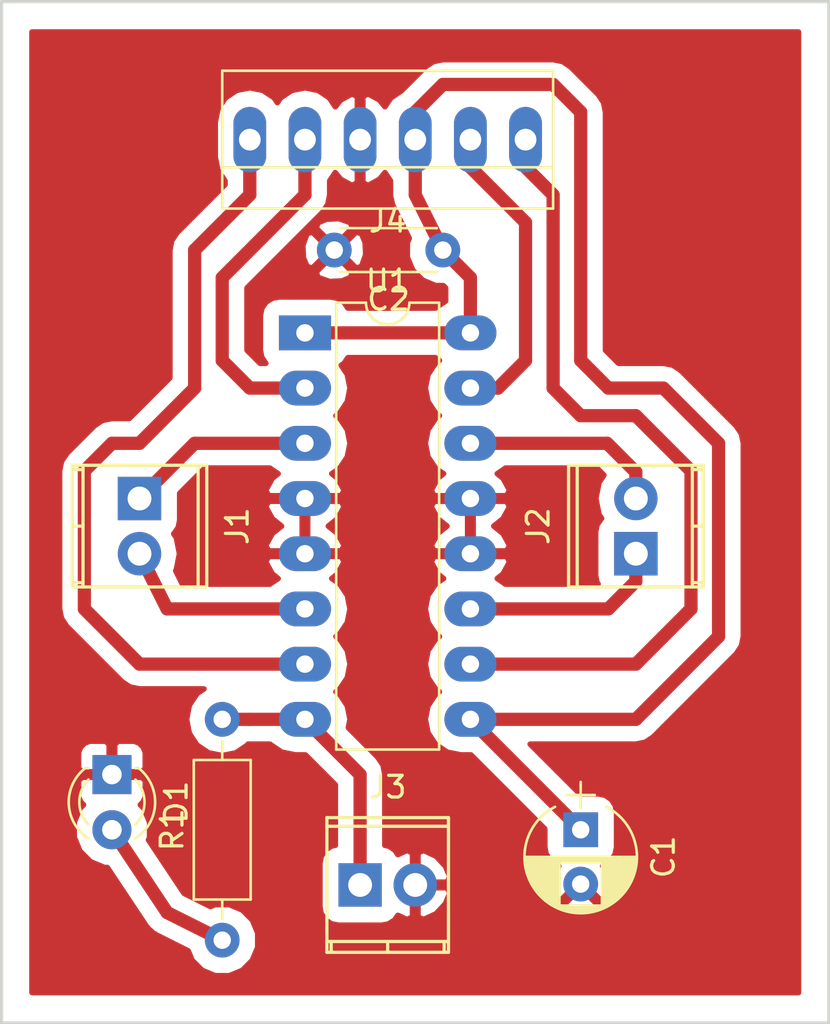
<source format=kicad_pcb>
(kicad_pcb (version 4) (host pcbnew 4.0.6)

  (general
    (links 24)
    (no_connects 0)
    (area 132.004999 119.304999 170.255001 166.445001)
    (thickness 1.6)
    (drawings 4)
    (tracks 63)
    (zones 0)
    (modules 9)
    (nets 13)
  )

  (page A4)
  (layers
    (0 F.Cu signal)
    (31 B.Cu signal)
    (32 B.Adhes user)
    (33 F.Adhes user)
    (34 B.Paste user)
    (35 F.Paste user)
    (36 B.SilkS user)
    (37 F.SilkS user)
    (38 B.Mask user)
    (39 F.Mask user)
    (40 Dwgs.User user)
    (41 Cmts.User user)
    (42 Eco1.User user)
    (43 Eco2.User user)
    (44 Edge.Cuts user)
    (45 Margin user)
    (46 B.CrtYd user)
    (47 F.CrtYd user)
    (48 B.Fab user)
    (49 F.Fab user)
  )

  (setup
    (last_trace_width 0.609)
    (trace_clearance 0.509)
    (zone_clearance 0.708)
    (zone_45_only no)
    (trace_min 0.609)
    (segment_width 0.2)
    (edge_width 0.15)
    (via_size 0.6)
    (via_drill 0.4)
    (via_min_size 0.4)
    (via_min_drill 0.3)
    (uvia_size 0.3)
    (uvia_drill 0.1)
    (uvias_allowed no)
    (uvia_min_size 0.2)
    (uvia_min_drill 0.1)
    (pcb_text_width 0.3)
    (pcb_text_size 1.5 1.5)
    (mod_edge_width 0.15)
    (mod_text_size 1 1)
    (mod_text_width 0.15)
    (pad_size 1.99898 1.99898)
    (pad_drill 1.09728)
    (pad_to_mask_clearance 0.2)
    (aux_axis_origin 0 0)
    (visible_elements 7FFFFFFF)
    (pcbplotparams
      (layerselection 0x00000_00000001)
      (usegerberextensions false)
      (excludeedgelayer true)
      (linewidth 0.100000)
      (plotframeref false)
      (viasonmask false)
      (mode 1)
      (useauxorigin false)
      (hpglpennumber 1)
      (hpglpenspeed 20)
      (hpglpendiameter 15)
      (hpglpenoverlay 2)
      (psnegative false)
      (psa4output false)
      (plotreference true)
      (plotvalue true)
      (plotinvisibletext false)
      (padsonsilk false)
      (subtractmaskfromsilk false)
      (outputformat 4)
      (mirror false)
      (drillshape 0)
      (scaleselection 1)
      (outputdirectory C:/Users/anmancus/PERSONAL/CURRENT/Projects/L293-breakout/Kicad/))
  )

  (net 0 "")
  (net 1 GND)
  (net 2 "Net-(D1-Pad2)")
  (net 3 Motor1OUT2)
  (net 4 Motor1OUT1)
  (net 5 Motor2OUT2)
  (net 6 Motor2OUT1)
  (net 7 VCC)
  (net 8 Motor2IN2)
  (net 9 Motor2IN1)
  (net 10 "RPi(+5V)")
  (net 11 Motor1IN1)
  (net 12 Motor1IN2)

  (net_class Default "This is the default net class."
    (clearance 0.509)
    (trace_width 0.609)
    (via_dia 0.6)
    (via_drill 0.4)
    (uvia_dia 0.3)
    (uvia_drill 0.1)
    (add_net GND)
    (add_net Motor1IN1)
    (add_net Motor1IN2)
    (add_net Motor1OUT1)
    (add_net Motor1OUT2)
    (add_net Motor2IN1)
    (add_net Motor2IN2)
    (add_net Motor2OUT1)
    (add_net Motor2OUT2)
    (add_net "Net-(D1-Pad2)")
    (add_net "RPi(+5V)")
    (add_net VCC)
  )

  (module LEDs:LED_D3.0mm (layer F.Cu) (tedit 587A3A7B) (tstamp 59849E55)
    (at 137.16 154.94 270)
    (descr "LED, diameter 3.0mm, 2 pins")
    (tags "LED diameter 3.0mm 2 pins")
    (path /59848CA7)
    (fp_text reference D1 (at 1.27 -2.96 270) (layer F.SilkS)
      (effects (font (size 1 1) (thickness 0.15)))
    )
    (fp_text value LED (at 1.27 2.96 270) (layer F.Fab)
      (effects (font (size 1 1) (thickness 0.15)))
    )
    (fp_arc (start 1.27 0) (end -0.23 -1.16619) (angle 284.3) (layer F.Fab) (width 0.1))
    (fp_arc (start 1.27 0) (end -0.29 -1.235516) (angle 108.8) (layer F.SilkS) (width 0.12))
    (fp_arc (start 1.27 0) (end -0.29 1.235516) (angle -108.8) (layer F.SilkS) (width 0.12))
    (fp_arc (start 1.27 0) (end 0.229039 -1.08) (angle 87.9) (layer F.SilkS) (width 0.12))
    (fp_arc (start 1.27 0) (end 0.229039 1.08) (angle -87.9) (layer F.SilkS) (width 0.12))
    (fp_circle (center 1.27 0) (end 2.77 0) (layer F.Fab) (width 0.1))
    (fp_line (start -0.23 -1.16619) (end -0.23 1.16619) (layer F.Fab) (width 0.1))
    (fp_line (start -0.29 -1.236) (end -0.29 -1.08) (layer F.SilkS) (width 0.12))
    (fp_line (start -0.29 1.08) (end -0.29 1.236) (layer F.SilkS) (width 0.12))
    (fp_line (start -1.15 -2.25) (end -1.15 2.25) (layer F.CrtYd) (width 0.05))
    (fp_line (start -1.15 2.25) (end 3.7 2.25) (layer F.CrtYd) (width 0.05))
    (fp_line (start 3.7 2.25) (end 3.7 -2.25) (layer F.CrtYd) (width 0.05))
    (fp_line (start 3.7 -2.25) (end -1.15 -2.25) (layer F.CrtYd) (width 0.05))
    (pad 1 thru_hole rect (at 0 0 270) (size 1.8 1.8) (drill 0.9) (layers *.Cu *.Mask)
      (net 1 GND))
    (pad 2 thru_hole circle (at 2.54 0 270) (size 1.8 1.8) (drill 0.9) (layers *.Cu *.Mask)
      (net 2 "Net-(D1-Pad2)"))
    (model ${KISYS3DMOD}/LEDs.3dshapes/LED_D3.0mm.wrl
      (at (xyz 0 0 0))
      (scale (xyz 0.393701 0.393701 0.393701))
      (rotate (xyz 0 0 0))
    )
  )

  (module Connectors_Terminal_Blocks:TerminalBlock_Pheonix_MPT-2.54mm_2pol (layer F.Cu) (tedit 0) (tstamp 59849E5B)
    (at 138.43 142.24 270)
    (descr "2-way 2.54mm pitch terminal block, Phoenix MPT series")
    (path /59848AB3)
    (fp_text reference J1 (at 1.27 -4.50088 270) (layer F.SilkS)
      (effects (font (size 1 1) (thickness 0.15)))
    )
    (fp_text value Screw_Terminal_1x02 (at 1.27 4.50088 270) (layer F.Fab)
      (effects (font (size 1 1) (thickness 0.15)))
    )
    (fp_line (start -1.7 -3.3) (end 4.3 -3.3) (layer F.CrtYd) (width 0.05))
    (fp_line (start -1.7 3.3) (end -1.7 -3.3) (layer F.CrtYd) (width 0.05))
    (fp_line (start 4.3 3.3) (end -1.7 3.3) (layer F.CrtYd) (width 0.05))
    (fp_line (start 4.3 -3.3) (end 4.3 3.3) (layer F.CrtYd) (width 0.05))
    (fp_line (start 4.06908 2.60096) (end -1.52908 2.60096) (layer F.SilkS) (width 0.15))
    (fp_line (start -1.33096 3.0988) (end -1.33096 2.60096) (layer F.SilkS) (width 0.15))
    (fp_line (start 3.87096 2.60096) (end 3.87096 3.0988) (layer F.SilkS) (width 0.15))
    (fp_line (start 1.27 3.0988) (end 1.27 2.60096) (layer F.SilkS) (width 0.15))
    (fp_line (start -1.52908 -2.70002) (end 4.06908 -2.70002) (layer F.SilkS) (width 0.15))
    (fp_line (start -1.52908 3.0988) (end 4.06908 3.0988) (layer F.SilkS) (width 0.15))
    (fp_line (start 4.06908 3.0988) (end 4.06908 -3.0988) (layer F.SilkS) (width 0.15))
    (fp_line (start 4.06908 -3.0988) (end -1.52908 -3.0988) (layer F.SilkS) (width 0.15))
    (fp_line (start -1.52908 -3.0988) (end -1.52908 3.0988) (layer F.SilkS) (width 0.15))
    (pad 2 thru_hole oval (at 2.54 0 270) (size 1.99898 1.99898) (drill 1.09728) (layers *.Cu *.Mask)
      (net 3 Motor1OUT2))
    (pad 1 thru_hole rect (at 0 0 270) (size 1.99898 1.99898) (drill 1.09728) (layers *.Cu *.Mask)
      (net 4 Motor1OUT1))
    (model Terminal_Blocks.3dshapes/TerminalBlock_Pheonix_MPT-2.54mm_2pol.wrl
      (at (xyz 0.05 0 0))
      (scale (xyz 1 1 1))
      (rotate (xyz 0 0 0))
    )
  )

  (module Connectors_Terminal_Blocks:TerminalBlock_Pheonix_MPT-2.54mm_2pol (layer F.Cu) (tedit 59849F03) (tstamp 59849E61)
    (at 161.29 144.78 90)
    (descr "2-way 2.54mm pitch terminal block, Phoenix MPT series")
    (path /59848AE2)
    (fp_text reference J2 (at 1.27 -4.50088 90) (layer F.SilkS)
      (effects (font (size 1 1) (thickness 0.15)))
    )
    (fp_text value Screw_Terminal_1x02 (at 1.27 4.50088 90) (layer F.Fab)
      (effects (font (size 1 1) (thickness 0.15)))
    )
    (fp_line (start -1.7 -3.3) (end 4.3 -3.3) (layer F.CrtYd) (width 0.05))
    (fp_line (start -1.7 3.3) (end -1.7 -3.3) (layer F.CrtYd) (width 0.05))
    (fp_line (start 4.3 3.3) (end -1.7 3.3) (layer F.CrtYd) (width 0.05))
    (fp_line (start 4.3 -3.3) (end 4.3 3.3) (layer F.CrtYd) (width 0.05))
    (fp_line (start 4.06908 2.60096) (end -1.52908 2.60096) (layer F.SilkS) (width 0.15))
    (fp_line (start -1.33096 3.0988) (end -1.33096 2.60096) (layer F.SilkS) (width 0.15))
    (fp_line (start 3.87096 2.60096) (end 3.87096 3.0988) (layer F.SilkS) (width 0.15))
    (fp_line (start 1.27 3.0988) (end 1.27 2.60096) (layer F.SilkS) (width 0.15))
    (fp_line (start -1.52908 -2.70002) (end 4.06908 -2.70002) (layer F.SilkS) (width 0.15))
    (fp_line (start -1.52908 3.0988) (end 4.06908 3.0988) (layer F.SilkS) (width 0.15))
    (fp_line (start 4.06908 3.0988) (end 4.06908 -3.0988) (layer F.SilkS) (width 0.15))
    (fp_line (start 4.06908 -3.0988) (end -1.52908 -3.0988) (layer F.SilkS) (width 0.15))
    (fp_line (start -1.52908 -3.0988) (end -1.52908 3.0988) (layer F.SilkS) (width 0.15))
    (pad 2 thru_hole oval (at 2.54 0 90) (size 1.99898 1.99898) (drill 1.09728) (layers *.Cu *.Mask)
      (net 5 Motor2OUT2))
    (pad 1 thru_hole rect (at 0 0 90) (size 1.99898 1.99898) (drill 1.09728) (layers *.Cu *.Mask)
      (net 6 Motor2OUT1))
    (model Terminal_Blocks.3dshapes/TerminalBlock_Pheonix_MPT-2.54mm_2pol.wrl
      (at (xyz 0.05 0 0))
      (scale (xyz 1 1 1))
      (rotate (xyz 0 0 0))
    )
  )

  (module Connectors_Terminal_Blocks:TerminalBlock_Pheonix_MPT-2.54mm_2pol (layer F.Cu) (tedit 0) (tstamp 59849E67)
    (at 148.59 160.02)
    (descr "2-way 2.54mm pitch terminal block, Phoenix MPT series")
    (path /59848B13)
    (fp_text reference J3 (at 1.27 -4.50088) (layer F.SilkS)
      (effects (font (size 1 1) (thickness 0.15)))
    )
    (fp_text value Screw_Terminal_1x02 (at 1.27 4.50088) (layer F.Fab)
      (effects (font (size 1 1) (thickness 0.15)))
    )
    (fp_line (start -1.7 -3.3) (end 4.3 -3.3) (layer F.CrtYd) (width 0.05))
    (fp_line (start -1.7 3.3) (end -1.7 -3.3) (layer F.CrtYd) (width 0.05))
    (fp_line (start 4.3 3.3) (end -1.7 3.3) (layer F.CrtYd) (width 0.05))
    (fp_line (start 4.3 -3.3) (end 4.3 3.3) (layer F.CrtYd) (width 0.05))
    (fp_line (start 4.06908 2.60096) (end -1.52908 2.60096) (layer F.SilkS) (width 0.15))
    (fp_line (start -1.33096 3.0988) (end -1.33096 2.60096) (layer F.SilkS) (width 0.15))
    (fp_line (start 3.87096 2.60096) (end 3.87096 3.0988) (layer F.SilkS) (width 0.15))
    (fp_line (start 1.27 3.0988) (end 1.27 2.60096) (layer F.SilkS) (width 0.15))
    (fp_line (start -1.52908 -2.70002) (end 4.06908 -2.70002) (layer F.SilkS) (width 0.15))
    (fp_line (start -1.52908 3.0988) (end 4.06908 3.0988) (layer F.SilkS) (width 0.15))
    (fp_line (start 4.06908 3.0988) (end 4.06908 -3.0988) (layer F.SilkS) (width 0.15))
    (fp_line (start 4.06908 -3.0988) (end -1.52908 -3.0988) (layer F.SilkS) (width 0.15))
    (fp_line (start -1.52908 -3.0988) (end -1.52908 3.0988) (layer F.SilkS) (width 0.15))
    (pad 2 thru_hole oval (at 2.54 0) (size 1.99898 1.99898) (drill 1.09728) (layers *.Cu *.Mask)
      (net 1 GND))
    (pad 1 thru_hole rect (at 0 0) (size 1.99898 1.99898) (drill 1.09728) (layers *.Cu *.Mask)
      (net 7 VCC))
    (model Terminal_Blocks.3dshapes/TerminalBlock_Pheonix_MPT-2.54mm_2pol.wrl
      (at (xyz 0.05 0 0))
      (scale (xyz 1 1 1))
      (rotate (xyz 0 0 0))
    )
  )

  (module Connectors:PINHEAD1-6 (layer F.Cu) (tedit 0) (tstamp 59849E71)
    (at 156.21 125.73 180)
    (path /59849966)
    (fp_text reference J4 (at 6.35 -3.75 180) (layer F.SilkS)
      (effects (font (size 1 1) (thickness 0.15)))
    )
    (fp_text value CONN_01X06 (at 6.35 3.81 180) (layer F.Fab)
      (effects (font (size 1 1) (thickness 0.15)))
    )
    (fp_line (start 6.35 3.17) (end 13.97 3.17) (layer F.SilkS) (width 0.12))
    (fp_line (start 6.35 -1.27) (end 13.97 -1.27) (layer F.SilkS) (width 0.12))
    (fp_line (start 6.35 -3.17) (end 13.97 -3.17) (layer F.SilkS) (width 0.12))
    (fp_line (start -1.27 -3.17) (end -1.27 3.17) (layer F.SilkS) (width 0.12))
    (fp_line (start 13.97 -3.17) (end 13.97 3.17) (layer F.SilkS) (width 0.12))
    (fp_line (start 6.35 -1.27) (end -1.27 -1.27) (layer F.SilkS) (width 0.12))
    (fp_line (start -1.27 -3.17) (end 6.35 -3.17) (layer F.SilkS) (width 0.12))
    (fp_line (start 6.35 3.17) (end -1.27 3.17) (layer F.SilkS) (width 0.12))
    (fp_line (start -1.52 -3.42) (end 14.22 -3.42) (layer F.CrtYd) (width 0.05))
    (fp_line (start -1.52 -3.42) (end -1.52 3.42) (layer F.CrtYd) (width 0.05))
    (fp_line (start 14.22 3.42) (end 14.22 -3.42) (layer F.CrtYd) (width 0.05))
    (fp_line (start 14.22 3.42) (end -1.52 3.42) (layer F.CrtYd) (width 0.05))
    (pad 1 thru_hole oval (at 0 0 180) (size 1.51 3.01) (drill 1) (layers *.Cu *.Mask)
      (net 9 Motor2IN1))
    (pad 2 thru_hole oval (at 2.54 0 180) (size 1.51 3.01) (drill 1) (layers *.Cu *.Mask)
      (net 8 Motor2IN2))
    (pad 3 thru_hole oval (at 5.08 0 180) (size 1.51 3.01) (drill 1) (layers *.Cu *.Mask)
      (net 10 "RPi(+5V)"))
    (pad 4 thru_hole oval (at 7.62 0 180) (size 1.51 3.01) (drill 1) (layers *.Cu *.Mask)
      (net 1 GND))
    (pad 5 thru_hole oval (at 10.16 0 180) (size 1.51 3.01) (drill 1) (layers *.Cu *.Mask)
      (net 11 Motor1IN1))
    (pad 6 thru_hole oval (at 12.7 0 180) (size 1.51 3.01) (drill 1) (layers *.Cu *.Mask)
      (net 12 Motor1IN2))
  )

  (module Resistors_THT:R_Axial_DIN0207_L6.3mm_D2.5mm_P10.16mm_Horizontal (layer F.Cu) (tedit 5874F706) (tstamp 59849E77)
    (at 142.24 162.56 90)
    (descr "Resistor, Axial_DIN0207 series, Axial, Horizontal, pin pitch=10.16mm, 0.25W = 1/4W, length*diameter=6.3*2.5mm^2, http://cdn-reichelt.de/documents/datenblatt/B400/1_4W%23YAG.pdf")
    (tags "Resistor Axial_DIN0207 series Axial Horizontal pin pitch 10.16mm 0.25W = 1/4W length 6.3mm diameter 2.5mm")
    (path /59848C72)
    (fp_text reference R1 (at 5.08 -2.31 90) (layer F.SilkS)
      (effects (font (size 1 1) (thickness 0.15)))
    )
    (fp_text value 220 (at 5.08 2.31 90) (layer F.Fab)
      (effects (font (size 1 1) (thickness 0.15)))
    )
    (fp_line (start 1.93 -1.25) (end 1.93 1.25) (layer F.Fab) (width 0.1))
    (fp_line (start 1.93 1.25) (end 8.23 1.25) (layer F.Fab) (width 0.1))
    (fp_line (start 8.23 1.25) (end 8.23 -1.25) (layer F.Fab) (width 0.1))
    (fp_line (start 8.23 -1.25) (end 1.93 -1.25) (layer F.Fab) (width 0.1))
    (fp_line (start 0 0) (end 1.93 0) (layer F.Fab) (width 0.1))
    (fp_line (start 10.16 0) (end 8.23 0) (layer F.Fab) (width 0.1))
    (fp_line (start 1.87 -1.31) (end 1.87 1.31) (layer F.SilkS) (width 0.12))
    (fp_line (start 1.87 1.31) (end 8.29 1.31) (layer F.SilkS) (width 0.12))
    (fp_line (start 8.29 1.31) (end 8.29 -1.31) (layer F.SilkS) (width 0.12))
    (fp_line (start 8.29 -1.31) (end 1.87 -1.31) (layer F.SilkS) (width 0.12))
    (fp_line (start 0.98 0) (end 1.87 0) (layer F.SilkS) (width 0.12))
    (fp_line (start 9.18 0) (end 8.29 0) (layer F.SilkS) (width 0.12))
    (fp_line (start -1.05 -1.6) (end -1.05 1.6) (layer F.CrtYd) (width 0.05))
    (fp_line (start -1.05 1.6) (end 11.25 1.6) (layer F.CrtYd) (width 0.05))
    (fp_line (start 11.25 1.6) (end 11.25 -1.6) (layer F.CrtYd) (width 0.05))
    (fp_line (start 11.25 -1.6) (end -1.05 -1.6) (layer F.CrtYd) (width 0.05))
    (pad 1 thru_hole circle (at 0 0 90) (size 1.6 1.6) (drill 0.8) (layers *.Cu *.Mask)
      (net 2 "Net-(D1-Pad2)"))
    (pad 2 thru_hole oval (at 10.16 0 90) (size 1.6 1.6) (drill 0.8) (layers *.Cu *.Mask)
      (net 7 VCC))
    (model ${KISYS3DMOD}/Resistors_THT.3dshapes/R_Axial_DIN0207_L6.3mm_D2.5mm_P10.16mm_Horizontal.wrl
      (at (xyz 0 0 0))
      (scale (xyz 0.393701 0.393701 0.393701))
      (rotate (xyz 0 0 0))
    )
  )

  (module Housings_DIP:DIP-16_W7.62mm_LongPads (layer F.Cu) (tedit 58CC8E2D) (tstamp 59849E8B)
    (at 146.05 134.62)
    (descr "16-lead dip package, row spacing 7.62 mm (300 mils), LongPads")
    (tags "DIL DIP PDIP 2.54mm 7.62mm 300mil LongPads")
    (path /598489EC)
    (fp_text reference U1 (at 3.81 -2.39) (layer F.SilkS)
      (effects (font (size 1 1) (thickness 0.15)))
    )
    (fp_text value L293D (at 3.81 20.17) (layer F.Fab)
      (effects (font (size 1 1) (thickness 0.15)))
    )
    (fp_text user %R (at 3.81 8.89) (layer F.Fab)
      (effects (font (size 1 1) (thickness 0.15)))
    )
    (fp_line (start 1.635 -1.27) (end 6.985 -1.27) (layer F.Fab) (width 0.1))
    (fp_line (start 6.985 -1.27) (end 6.985 19.05) (layer F.Fab) (width 0.1))
    (fp_line (start 6.985 19.05) (end 0.635 19.05) (layer F.Fab) (width 0.1))
    (fp_line (start 0.635 19.05) (end 0.635 -0.27) (layer F.Fab) (width 0.1))
    (fp_line (start 0.635 -0.27) (end 1.635 -1.27) (layer F.Fab) (width 0.1))
    (fp_line (start 2.81 -1.39) (end 1.44 -1.39) (layer F.SilkS) (width 0.12))
    (fp_line (start 1.44 -1.39) (end 1.44 19.17) (layer F.SilkS) (width 0.12))
    (fp_line (start 1.44 19.17) (end 6.18 19.17) (layer F.SilkS) (width 0.12))
    (fp_line (start 6.18 19.17) (end 6.18 -1.39) (layer F.SilkS) (width 0.12))
    (fp_line (start 6.18 -1.39) (end 4.81 -1.39) (layer F.SilkS) (width 0.12))
    (fp_line (start -1.5 -1.6) (end -1.5 19.3) (layer F.CrtYd) (width 0.05))
    (fp_line (start -1.5 19.3) (end 9.1 19.3) (layer F.CrtYd) (width 0.05))
    (fp_line (start 9.1 19.3) (end 9.1 -1.6) (layer F.CrtYd) (width 0.05))
    (fp_line (start 9.1 -1.6) (end -1.5 -1.6) (layer F.CrtYd) (width 0.05))
    (fp_arc (start 3.81 -1.39) (end 2.81 -1.39) (angle -180) (layer F.SilkS) (width 0.12))
    (pad 1 thru_hole rect (at 0 0) (size 2.4 1.6) (drill 0.8) (layers *.Cu *.Mask)
      (net 10 "RPi(+5V)"))
    (pad 9 thru_hole oval (at 7.62 17.78) (size 2.4 1.6) (drill 0.8) (layers *.Cu *.Mask)
      (net 10 "RPi(+5V)"))
    (pad 2 thru_hole oval (at 0 2.54) (size 2.4 1.6) (drill 0.8) (layers *.Cu *.Mask)
      (net 11 Motor1IN1))
    (pad 10 thru_hole oval (at 7.62 15.24) (size 2.4 1.6) (drill 0.8) (layers *.Cu *.Mask)
      (net 9 Motor2IN1))
    (pad 3 thru_hole oval (at 0 5.08) (size 2.4 1.6) (drill 0.8) (layers *.Cu *.Mask)
      (net 4 Motor1OUT1))
    (pad 11 thru_hole oval (at 7.62 12.7) (size 2.4 1.6) (drill 0.8) (layers *.Cu *.Mask)
      (net 6 Motor2OUT1))
    (pad 4 thru_hole oval (at 0 7.62) (size 2.4 1.6) (drill 0.8) (layers *.Cu *.Mask)
      (net 1 GND))
    (pad 12 thru_hole oval (at 7.62 10.16) (size 2.4 1.6) (drill 0.8) (layers *.Cu *.Mask)
      (net 1 GND))
    (pad 5 thru_hole oval (at 0 10.16) (size 2.4 1.6) (drill 0.8) (layers *.Cu *.Mask)
      (net 1 GND))
    (pad 13 thru_hole oval (at 7.62 7.62) (size 2.4 1.6) (drill 0.8) (layers *.Cu *.Mask)
      (net 1 GND))
    (pad 6 thru_hole oval (at 0 12.7) (size 2.4 1.6) (drill 0.8) (layers *.Cu *.Mask)
      (net 3 Motor1OUT2))
    (pad 14 thru_hole oval (at 7.62 5.08) (size 2.4 1.6) (drill 0.8) (layers *.Cu *.Mask)
      (net 5 Motor2OUT2))
    (pad 7 thru_hole oval (at 0 15.24) (size 2.4 1.6) (drill 0.8) (layers *.Cu *.Mask)
      (net 12 Motor1IN2))
    (pad 15 thru_hole oval (at 7.62 2.54) (size 2.4 1.6) (drill 0.8) (layers *.Cu *.Mask)
      (net 8 Motor2IN2))
    (pad 8 thru_hole oval (at 0 17.78) (size 2.4 1.6) (drill 0.8) (layers *.Cu *.Mask)
      (net 7 VCC))
    (pad 16 thru_hole oval (at 7.62 0) (size 2.4 1.6) (drill 0.8) (layers *.Cu *.Mask)
      (net 10 "RPi(+5V)"))
    (model ${KISYS3DMOD}/Housings_DIP.3dshapes/DIP-16_W7.62mm_LongPads.wrl
      (at (xyz 0 0 0))
      (scale (xyz 1 1 1))
      (rotate (xyz 0 0 0))
    )
  )

  (module Capacitors_THT:CP_Radial_D5.0mm_P2.50mm (layer F.Cu) (tedit 597BC7C2) (tstamp 59875AA0)
    (at 158.75 157.48 270)
    (descr "CP, Radial series, Radial, pin pitch=2.50mm, , diameter=5mm, Electrolytic Capacitor")
    (tags "CP Radial series Radial pin pitch 2.50mm  diameter 5mm Electrolytic Capacitor")
    (path /5986EE9D)
    (fp_text reference C1 (at 1.25 -3.81 270) (layer F.SilkS)
      (effects (font (size 1 1) (thickness 0.15)))
    )
    (fp_text value CP1 (at 1.25 3.81 270) (layer F.Fab)
      (effects (font (size 1 1) (thickness 0.15)))
    )
    (fp_arc (start 1.25 0) (end -1.05558 -1.18) (angle 125.8) (layer F.SilkS) (width 0.12))
    (fp_arc (start 1.25 0) (end -1.05558 1.18) (angle -125.8) (layer F.SilkS) (width 0.12))
    (fp_arc (start 1.25 0) (end 3.55558 -1.18) (angle 54.2) (layer F.SilkS) (width 0.12))
    (fp_circle (center 1.25 0) (end 3.75 0) (layer F.Fab) (width 0.1))
    (fp_line (start -2.2 0) (end -1 0) (layer F.Fab) (width 0.1))
    (fp_line (start -1.6 -0.65) (end -1.6 0.65) (layer F.Fab) (width 0.1))
    (fp_line (start 1.25 -2.55) (end 1.25 2.55) (layer F.SilkS) (width 0.12))
    (fp_line (start 1.29 -2.55) (end 1.29 2.55) (layer F.SilkS) (width 0.12))
    (fp_line (start 1.33 -2.549) (end 1.33 2.549) (layer F.SilkS) (width 0.12))
    (fp_line (start 1.37 -2.548) (end 1.37 2.548) (layer F.SilkS) (width 0.12))
    (fp_line (start 1.41 -2.546) (end 1.41 2.546) (layer F.SilkS) (width 0.12))
    (fp_line (start 1.45 -2.543) (end 1.45 2.543) (layer F.SilkS) (width 0.12))
    (fp_line (start 1.49 -2.539) (end 1.49 2.539) (layer F.SilkS) (width 0.12))
    (fp_line (start 1.53 -2.535) (end 1.53 -0.98) (layer F.SilkS) (width 0.12))
    (fp_line (start 1.53 0.98) (end 1.53 2.535) (layer F.SilkS) (width 0.12))
    (fp_line (start 1.57 -2.531) (end 1.57 -0.98) (layer F.SilkS) (width 0.12))
    (fp_line (start 1.57 0.98) (end 1.57 2.531) (layer F.SilkS) (width 0.12))
    (fp_line (start 1.61 -2.525) (end 1.61 -0.98) (layer F.SilkS) (width 0.12))
    (fp_line (start 1.61 0.98) (end 1.61 2.525) (layer F.SilkS) (width 0.12))
    (fp_line (start 1.65 -2.519) (end 1.65 -0.98) (layer F.SilkS) (width 0.12))
    (fp_line (start 1.65 0.98) (end 1.65 2.519) (layer F.SilkS) (width 0.12))
    (fp_line (start 1.69 -2.513) (end 1.69 -0.98) (layer F.SilkS) (width 0.12))
    (fp_line (start 1.69 0.98) (end 1.69 2.513) (layer F.SilkS) (width 0.12))
    (fp_line (start 1.73 -2.506) (end 1.73 -0.98) (layer F.SilkS) (width 0.12))
    (fp_line (start 1.73 0.98) (end 1.73 2.506) (layer F.SilkS) (width 0.12))
    (fp_line (start 1.77 -2.498) (end 1.77 -0.98) (layer F.SilkS) (width 0.12))
    (fp_line (start 1.77 0.98) (end 1.77 2.498) (layer F.SilkS) (width 0.12))
    (fp_line (start 1.81 -2.489) (end 1.81 -0.98) (layer F.SilkS) (width 0.12))
    (fp_line (start 1.81 0.98) (end 1.81 2.489) (layer F.SilkS) (width 0.12))
    (fp_line (start 1.85 -2.48) (end 1.85 -0.98) (layer F.SilkS) (width 0.12))
    (fp_line (start 1.85 0.98) (end 1.85 2.48) (layer F.SilkS) (width 0.12))
    (fp_line (start 1.89 -2.47) (end 1.89 -0.98) (layer F.SilkS) (width 0.12))
    (fp_line (start 1.89 0.98) (end 1.89 2.47) (layer F.SilkS) (width 0.12))
    (fp_line (start 1.93 -2.46) (end 1.93 -0.98) (layer F.SilkS) (width 0.12))
    (fp_line (start 1.93 0.98) (end 1.93 2.46) (layer F.SilkS) (width 0.12))
    (fp_line (start 1.971 -2.448) (end 1.971 -0.98) (layer F.SilkS) (width 0.12))
    (fp_line (start 1.971 0.98) (end 1.971 2.448) (layer F.SilkS) (width 0.12))
    (fp_line (start 2.011 -2.436) (end 2.011 -0.98) (layer F.SilkS) (width 0.12))
    (fp_line (start 2.011 0.98) (end 2.011 2.436) (layer F.SilkS) (width 0.12))
    (fp_line (start 2.051 -2.424) (end 2.051 -0.98) (layer F.SilkS) (width 0.12))
    (fp_line (start 2.051 0.98) (end 2.051 2.424) (layer F.SilkS) (width 0.12))
    (fp_line (start 2.091 -2.41) (end 2.091 -0.98) (layer F.SilkS) (width 0.12))
    (fp_line (start 2.091 0.98) (end 2.091 2.41) (layer F.SilkS) (width 0.12))
    (fp_line (start 2.131 -2.396) (end 2.131 -0.98) (layer F.SilkS) (width 0.12))
    (fp_line (start 2.131 0.98) (end 2.131 2.396) (layer F.SilkS) (width 0.12))
    (fp_line (start 2.171 -2.382) (end 2.171 -0.98) (layer F.SilkS) (width 0.12))
    (fp_line (start 2.171 0.98) (end 2.171 2.382) (layer F.SilkS) (width 0.12))
    (fp_line (start 2.211 -2.366) (end 2.211 -0.98) (layer F.SilkS) (width 0.12))
    (fp_line (start 2.211 0.98) (end 2.211 2.366) (layer F.SilkS) (width 0.12))
    (fp_line (start 2.251 -2.35) (end 2.251 -0.98) (layer F.SilkS) (width 0.12))
    (fp_line (start 2.251 0.98) (end 2.251 2.35) (layer F.SilkS) (width 0.12))
    (fp_line (start 2.291 -2.333) (end 2.291 -0.98) (layer F.SilkS) (width 0.12))
    (fp_line (start 2.291 0.98) (end 2.291 2.333) (layer F.SilkS) (width 0.12))
    (fp_line (start 2.331 -2.315) (end 2.331 -0.98) (layer F.SilkS) (width 0.12))
    (fp_line (start 2.331 0.98) (end 2.331 2.315) (layer F.SilkS) (width 0.12))
    (fp_line (start 2.371 -2.296) (end 2.371 -0.98) (layer F.SilkS) (width 0.12))
    (fp_line (start 2.371 0.98) (end 2.371 2.296) (layer F.SilkS) (width 0.12))
    (fp_line (start 2.411 -2.276) (end 2.411 -0.98) (layer F.SilkS) (width 0.12))
    (fp_line (start 2.411 0.98) (end 2.411 2.276) (layer F.SilkS) (width 0.12))
    (fp_line (start 2.451 -2.256) (end 2.451 -0.98) (layer F.SilkS) (width 0.12))
    (fp_line (start 2.451 0.98) (end 2.451 2.256) (layer F.SilkS) (width 0.12))
    (fp_line (start 2.491 -2.234) (end 2.491 -0.98) (layer F.SilkS) (width 0.12))
    (fp_line (start 2.491 0.98) (end 2.491 2.234) (layer F.SilkS) (width 0.12))
    (fp_line (start 2.531 -2.212) (end 2.531 -0.98) (layer F.SilkS) (width 0.12))
    (fp_line (start 2.531 0.98) (end 2.531 2.212) (layer F.SilkS) (width 0.12))
    (fp_line (start 2.571 -2.189) (end 2.571 -0.98) (layer F.SilkS) (width 0.12))
    (fp_line (start 2.571 0.98) (end 2.571 2.189) (layer F.SilkS) (width 0.12))
    (fp_line (start 2.611 -2.165) (end 2.611 -0.98) (layer F.SilkS) (width 0.12))
    (fp_line (start 2.611 0.98) (end 2.611 2.165) (layer F.SilkS) (width 0.12))
    (fp_line (start 2.651 -2.14) (end 2.651 -0.98) (layer F.SilkS) (width 0.12))
    (fp_line (start 2.651 0.98) (end 2.651 2.14) (layer F.SilkS) (width 0.12))
    (fp_line (start 2.691 -2.113) (end 2.691 -0.98) (layer F.SilkS) (width 0.12))
    (fp_line (start 2.691 0.98) (end 2.691 2.113) (layer F.SilkS) (width 0.12))
    (fp_line (start 2.731 -2.086) (end 2.731 -0.98) (layer F.SilkS) (width 0.12))
    (fp_line (start 2.731 0.98) (end 2.731 2.086) (layer F.SilkS) (width 0.12))
    (fp_line (start 2.771 -2.058) (end 2.771 -0.98) (layer F.SilkS) (width 0.12))
    (fp_line (start 2.771 0.98) (end 2.771 2.058) (layer F.SilkS) (width 0.12))
    (fp_line (start 2.811 -2.028) (end 2.811 -0.98) (layer F.SilkS) (width 0.12))
    (fp_line (start 2.811 0.98) (end 2.811 2.028) (layer F.SilkS) (width 0.12))
    (fp_line (start 2.851 -1.997) (end 2.851 -0.98) (layer F.SilkS) (width 0.12))
    (fp_line (start 2.851 0.98) (end 2.851 1.997) (layer F.SilkS) (width 0.12))
    (fp_line (start 2.891 -1.965) (end 2.891 -0.98) (layer F.SilkS) (width 0.12))
    (fp_line (start 2.891 0.98) (end 2.891 1.965) (layer F.SilkS) (width 0.12))
    (fp_line (start 2.931 -1.932) (end 2.931 -0.98) (layer F.SilkS) (width 0.12))
    (fp_line (start 2.931 0.98) (end 2.931 1.932) (layer F.SilkS) (width 0.12))
    (fp_line (start 2.971 -1.897) (end 2.971 -0.98) (layer F.SilkS) (width 0.12))
    (fp_line (start 2.971 0.98) (end 2.971 1.897) (layer F.SilkS) (width 0.12))
    (fp_line (start 3.011 -1.861) (end 3.011 -0.98) (layer F.SilkS) (width 0.12))
    (fp_line (start 3.011 0.98) (end 3.011 1.861) (layer F.SilkS) (width 0.12))
    (fp_line (start 3.051 -1.823) (end 3.051 -0.98) (layer F.SilkS) (width 0.12))
    (fp_line (start 3.051 0.98) (end 3.051 1.823) (layer F.SilkS) (width 0.12))
    (fp_line (start 3.091 -1.783) (end 3.091 -0.98) (layer F.SilkS) (width 0.12))
    (fp_line (start 3.091 0.98) (end 3.091 1.783) (layer F.SilkS) (width 0.12))
    (fp_line (start 3.131 -1.742) (end 3.131 -0.98) (layer F.SilkS) (width 0.12))
    (fp_line (start 3.131 0.98) (end 3.131 1.742) (layer F.SilkS) (width 0.12))
    (fp_line (start 3.171 -1.699) (end 3.171 -0.98) (layer F.SilkS) (width 0.12))
    (fp_line (start 3.171 0.98) (end 3.171 1.699) (layer F.SilkS) (width 0.12))
    (fp_line (start 3.211 -1.654) (end 3.211 -0.98) (layer F.SilkS) (width 0.12))
    (fp_line (start 3.211 0.98) (end 3.211 1.654) (layer F.SilkS) (width 0.12))
    (fp_line (start 3.251 -1.606) (end 3.251 -0.98) (layer F.SilkS) (width 0.12))
    (fp_line (start 3.251 0.98) (end 3.251 1.606) (layer F.SilkS) (width 0.12))
    (fp_line (start 3.291 -1.556) (end 3.291 -0.98) (layer F.SilkS) (width 0.12))
    (fp_line (start 3.291 0.98) (end 3.291 1.556) (layer F.SilkS) (width 0.12))
    (fp_line (start 3.331 -1.504) (end 3.331 -0.98) (layer F.SilkS) (width 0.12))
    (fp_line (start 3.331 0.98) (end 3.331 1.504) (layer F.SilkS) (width 0.12))
    (fp_line (start 3.371 -1.448) (end 3.371 -0.98) (layer F.SilkS) (width 0.12))
    (fp_line (start 3.371 0.98) (end 3.371 1.448) (layer F.SilkS) (width 0.12))
    (fp_line (start 3.411 -1.39) (end 3.411 -0.98) (layer F.SilkS) (width 0.12))
    (fp_line (start 3.411 0.98) (end 3.411 1.39) (layer F.SilkS) (width 0.12))
    (fp_line (start 3.451 -1.327) (end 3.451 -0.98) (layer F.SilkS) (width 0.12))
    (fp_line (start 3.451 0.98) (end 3.451 1.327) (layer F.SilkS) (width 0.12))
    (fp_line (start 3.491 -1.261) (end 3.491 1.261) (layer F.SilkS) (width 0.12))
    (fp_line (start 3.531 -1.189) (end 3.531 1.189) (layer F.SilkS) (width 0.12))
    (fp_line (start 3.571 -1.112) (end 3.571 1.112) (layer F.SilkS) (width 0.12))
    (fp_line (start 3.611 -1.028) (end 3.611 1.028) (layer F.SilkS) (width 0.12))
    (fp_line (start 3.651 -0.934) (end 3.651 0.934) (layer F.SilkS) (width 0.12))
    (fp_line (start 3.691 -0.829) (end 3.691 0.829) (layer F.SilkS) (width 0.12))
    (fp_line (start 3.731 -0.707) (end 3.731 0.707) (layer F.SilkS) (width 0.12))
    (fp_line (start 3.771 -0.559) (end 3.771 0.559) (layer F.SilkS) (width 0.12))
    (fp_line (start 3.811 -0.354) (end 3.811 0.354) (layer F.SilkS) (width 0.12))
    (fp_line (start -2.2 0) (end -1 0) (layer F.SilkS) (width 0.12))
    (fp_line (start -1.6 -0.65) (end -1.6 0.65) (layer F.SilkS) (width 0.12))
    (fp_line (start -1.6 -2.85) (end -1.6 2.85) (layer F.CrtYd) (width 0.05))
    (fp_line (start -1.6 2.85) (end 4.1 2.85) (layer F.CrtYd) (width 0.05))
    (fp_line (start 4.1 2.85) (end 4.1 -2.85) (layer F.CrtYd) (width 0.05))
    (fp_line (start 4.1 -2.85) (end -1.6 -2.85) (layer F.CrtYd) (width 0.05))
    (fp_text user %R (at 1.25 0 270) (layer F.Fab)
      (effects (font (size 1 1) (thickness 0.15)))
    )
    (pad 1 thru_hole rect (at 0 0 270) (size 1.6 1.6) (drill 0.8) (layers *.Cu *.Mask)
      (net 10 "RPi(+5V)"))
    (pad 2 thru_hole circle (at 2.5 0 270) (size 1.6 1.6) (drill 0.8) (layers *.Cu *.Mask)
      (net 1 GND))
    (model ${KISYS3DMOD}/Capacitors_THT.3dshapes/CP_Radial_D5.0mm_P2.50mm.wrl
      (at (xyz 0 0 0))
      (scale (xyz 1 1 1))
      (rotate (xyz 0 0 0))
    )
  )

  (module Capacitors_THT:C_Disc_D4.3mm_W1.9mm_P5.00mm (layer F.Cu) (tedit 597BC7C2) (tstamp 59875AA6)
    (at 152.4 130.81 180)
    (descr "C, Disc series, Radial, pin pitch=5.00mm, , diameter*width=4.3*1.9mm^2, Capacitor, http://www.vishay.com/docs/45233/krseries.pdf")
    (tags "C Disc series Radial pin pitch 5.00mm  diameter 4.3mm width 1.9mm Capacitor")
    (path /5986EED0)
    (fp_text reference C2 (at 2.5 -2.26 180) (layer F.SilkS)
      (effects (font (size 1 1) (thickness 0.15)))
    )
    (fp_text value C (at 2.5 2.26 180) (layer F.Fab)
      (effects (font (size 1 1) (thickness 0.15)))
    )
    (fp_line (start 0.35 -0.95) (end 0.35 0.95) (layer F.Fab) (width 0.1))
    (fp_line (start 0.35 0.95) (end 4.65 0.95) (layer F.Fab) (width 0.1))
    (fp_line (start 4.65 0.95) (end 4.65 -0.95) (layer F.Fab) (width 0.1))
    (fp_line (start 4.65 -0.95) (end 0.35 -0.95) (layer F.Fab) (width 0.1))
    (fp_line (start 0.29 -1.01) (end 4.71 -1.01) (layer F.SilkS) (width 0.12))
    (fp_line (start 0.29 1.01) (end 4.71 1.01) (layer F.SilkS) (width 0.12))
    (fp_line (start 0.29 -1.01) (end 0.29 -0.996) (layer F.SilkS) (width 0.12))
    (fp_line (start 0.29 0.996) (end 0.29 1.01) (layer F.SilkS) (width 0.12))
    (fp_line (start 4.71 -1.01) (end 4.71 -0.996) (layer F.SilkS) (width 0.12))
    (fp_line (start 4.71 0.996) (end 4.71 1.01) (layer F.SilkS) (width 0.12))
    (fp_line (start -1.05 -1.3) (end -1.05 1.3) (layer F.CrtYd) (width 0.05))
    (fp_line (start -1.05 1.3) (end 6.05 1.3) (layer F.CrtYd) (width 0.05))
    (fp_line (start 6.05 1.3) (end 6.05 -1.3) (layer F.CrtYd) (width 0.05))
    (fp_line (start 6.05 -1.3) (end -1.05 -1.3) (layer F.CrtYd) (width 0.05))
    (fp_text user %R (at 2.5 0 180) (layer F.Fab)
      (effects (font (size 1 1) (thickness 0.15)))
    )
    (pad 1 thru_hole circle (at 0 0 180) (size 1.6 1.6) (drill 0.8) (layers *.Cu *.Mask)
      (net 10 "RPi(+5V)"))
    (pad 2 thru_hole circle (at 5 0 180) (size 1.6 1.6) (drill 0.8) (layers *.Cu *.Mask)
      (net 1 GND))
    (model ${KISYS3DMOD}/Capacitors_THT.3dshapes/C_Disc_D4.3mm_W1.9mm_P5.00mm.wrl
      (at (xyz 0 0 0))
      (scale (xyz 1 1 1))
      (rotate (xyz 0 0 0))
    )
  )

  (gr_line (start 170.18 166.37) (end 170.18 119.38) (angle 90) (layer Edge.Cuts) (width 0.15))
  (gr_line (start 132.08 166.37) (end 170.18 166.37) (angle 90) (layer Edge.Cuts) (width 0.15))
  (gr_line (start 132.08 119.38) (end 132.08 166.37) (angle 90) (layer Edge.Cuts) (width 0.15))
  (gr_line (start 170.18 119.38) (end 132.08 119.38) (angle 90) (layer Edge.Cuts) (width 0.15))

  (segment (start 148.59 125.73) (end 148.59 124.46) (width 0.609) (layer F.Cu) (net 1) (status 30))
  (segment (start 142.24 162.56) (end 139.7 161.29) (width 0.609) (layer F.Cu) (net 2) (status 10))
  (segment (start 139.7 161.29) (end 137.16 157.48) (width 0.609) (layer F.Cu) (net 2) (tstamp 59875A07) (status 20))
  (segment (start 146.05 147.32) (end 139.7 147.32) (width 0.609) (layer F.Cu) (net 3) (status 10))
  (segment (start 139.7 147.32) (end 138.43 144.78) (width 0.609) (layer F.Cu) (net 3) (tstamp 5984A15B))
  (segment (start 146.05 139.7) (end 140.97 139.7) (width 0.609) (layer F.Cu) (net 4))
  (segment (start 140.97 139.7) (end 138.43 142.24) (width 0.609) (layer F.Cu) (net 4) (tstamp 59875E25))
  (segment (start 153.67 139.7) (end 159.968002 139.7) (width 0.609) (layer F.Cu) (net 5))
  (segment (start 161.29 141.021998) (end 161.29 142.24) (width 0.609) (layer F.Cu) (net 5) (tstamp 59875D32) (status 20))
  (segment (start 159.968002 139.7) (end 161.29 141.021998) (width 0.609) (layer F.Cu) (net 5) (tstamp 59875D2E))
  (segment (start 153.67 147.32) (end 160.02 147.32) (width 0.609) (layer F.Cu) (net 6))
  (segment (start 161.29 146.05) (end 161.29 144.78) (width 0.609) (layer F.Cu) (net 6) (tstamp 59875D6A) (status 20))
  (segment (start 160.02 147.32) (end 161.29 146.05) (width 0.609) (layer F.Cu) (net 6) (tstamp 59875D66))
  (segment (start 146.05 152.4) (end 143.51 152.4) (width 0.609) (layer F.Cu) (net 7))
  (segment (start 143.51 152.4) (end 142.24 152.4) (width 0.609) (layer F.Cu) (net 7) (tstamp 59875C3F) (status 20))
  (segment (start 148.59 160.02) (end 148.59 154.94) (width 0.609) (layer F.Cu) (net 7))
  (segment (start 148.59 154.94) (end 146.05 152.4) (width 0.609) (layer F.Cu) (net 7) (tstamp 59875C39))
  (segment (start 153.67 125.73) (end 153.67 127) (width 0.609) (layer F.Cu) (net 8))
  (segment (start 153.67 127) (end 156.21 129.54) (width 0.609) (layer F.Cu) (net 8) (tstamp 59875C9C))
  (segment (start 154.94 137.16) (end 153.67 137.16) (width 0.609) (layer F.Cu) (net 8) (tstamp 59875CA0))
  (segment (start 156.21 135.89) (end 154.94 137.16) (width 0.609) (layer F.Cu) (net 8) (tstamp 59875C9F))
  (segment (start 156.21 129.54) (end 156.21 135.89) (width 0.609) (layer F.Cu) (net 8) (tstamp 59875C9D))
  (segment (start 153.67 149.86) (end 161.29 149.86) (width 0.609) (layer F.Cu) (net 9))
  (segment (start 157.48 128.27) (end 156.21 127) (width 0.609) (layer F.Cu) (net 9) (tstamp 59875CBD))
  (segment (start 157.48 129.54) (end 157.48 128.27) (width 0.609) (layer F.Cu) (net 9) (tstamp 59875CBC))
  (segment (start 157.48 137.16) (end 157.48 129.54) (width 0.609) (layer F.Cu) (net 9) (tstamp 59875CBB))
  (segment (start 158.75 138.43) (end 157.48 137.16) (width 0.609) (layer F.Cu) (net 9) (tstamp 59875CBA))
  (segment (start 161.29 138.43) (end 158.75 138.43) (width 0.609) (layer F.Cu) (net 9) (tstamp 59875CB8))
  (segment (start 163.83 140.97) (end 161.29 138.43) (width 0.609) (layer F.Cu) (net 9) (tstamp 59875CB6))
  (segment (start 163.83 147.32) (end 163.83 140.97) (width 0.609) (layer F.Cu) (net 9) (tstamp 59875CB4))
  (segment (start 161.29 149.86) (end 163.83 147.32) (width 0.609) (layer F.Cu) (net 9) (tstamp 59875CB2))
  (segment (start 156.21 127) (end 156.21 125.73) (width 0.609) (layer F.Cu) (net 9) (tstamp 59875CBE))
  (segment (start 151.13 125.73) (end 151.13 124.46) (width 0.609) (layer F.Cu) (net 10))
  (segment (start 151.13 124.46) (end 152.4 123.19) (width 0.609) (layer F.Cu) (net 10) (tstamp 59875CD0))
  (segment (start 161.29 152.4) (end 153.67 152.4) (width 0.609) (layer F.Cu) (net 10) (tstamp 59875CDC))
  (segment (start 165.1 148.59) (end 161.29 152.4) (width 0.609) (layer F.Cu) (net 10) (tstamp 59875CDA))
  (segment (start 165.1 139.7) (end 165.1 148.59) (width 0.609) (layer F.Cu) (net 10) (tstamp 59875CD8))
  (segment (start 162.56 137.16) (end 165.1 139.7) (width 0.609) (layer F.Cu) (net 10) (tstamp 59875CD6))
  (segment (start 160.02 137.16) (end 162.56 137.16) (width 0.609) (layer F.Cu) (net 10) (tstamp 59875CD5))
  (segment (start 158.75 135.89) (end 160.02 137.16) (width 0.609) (layer F.Cu) (net 10) (tstamp 59875CD4))
  (segment (start 158.75 124.46) (end 158.75 135.89) (width 0.609) (layer F.Cu) (net 10) (tstamp 59875CD3))
  (segment (start 157.48 123.19) (end 158.75 124.46) (width 0.609) (layer F.Cu) (net 10) (tstamp 59875CD2))
  (segment (start 152.4 123.19) (end 157.48 123.19) (width 0.609) (layer F.Cu) (net 10) (tstamp 59875CD1))
  (segment (start 153.67 134.62) (end 153.67 132.08) (width 0.609) (layer F.Cu) (net 10))
  (segment (start 153.67 132.08) (end 152.4 130.81) (width 0.609) (layer F.Cu) (net 10) (tstamp 59875C2C))
  (segment (start 158.75 157.48) (end 153.67 152.4) (width 0.609) (layer F.Cu) (net 10) (status 20))
  (segment (start 151.13 125.73) (end 151.13 128.27) (width 0.609) (layer F.Cu) (net 10) (status 10))
  (segment (start 151.13 128.27) (end 152.4 130.81) (width 0.609) (layer F.Cu) (net 10) (tstamp 59875B67) (status 20))
  (segment (start 153.67 134.62) (end 146.05 134.62) (width 0.609) (layer F.Cu) (net 10) (status 30))
  (segment (start 146.05 137.16) (end 143.51 137.16) (width 0.609) (layer F.Cu) (net 11))
  (segment (start 146.05 128.27) (end 146.05 125.73) (width 0.609) (layer F.Cu) (net 11) (tstamp 59875C34))
  (segment (start 142.24 132.08) (end 146.05 128.27) (width 0.609) (layer F.Cu) (net 11) (tstamp 59875C32))
  (segment (start 142.24 135.89) (end 142.24 132.08) (width 0.609) (layer F.Cu) (net 11) (tstamp 59875C31))
  (segment (start 143.51 137.16) (end 142.24 135.89) (width 0.609) (layer F.Cu) (net 11) (tstamp 59875C30))
  (segment (start 143.51 125.73) (end 143.51 128.27) (width 0.609) (layer F.Cu) (net 12))
  (segment (start 138.43 149.86) (end 146.05 149.86) (width 0.609) (layer F.Cu) (net 12) (tstamp 59875C95))
  (segment (start 135.89 147.32) (end 138.43 149.86) (width 0.609) (layer F.Cu) (net 12) (tstamp 59875C93))
  (segment (start 135.89 140.97) (end 135.89 147.32) (width 0.609) (layer F.Cu) (net 12) (tstamp 59875C92))
  (segment (start 137.16 139.7) (end 135.89 140.97) (width 0.609) (layer F.Cu) (net 12) (tstamp 59875C91))
  (segment (start 138.43 139.7) (end 137.16 139.7) (width 0.609) (layer F.Cu) (net 12) (tstamp 59875C90))
  (segment (start 140.97 137.16) (end 138.43 139.7) (width 0.609) (layer F.Cu) (net 12) (tstamp 59875C8E))
  (segment (start 140.97 130.81) (end 140.97 137.16) (width 0.609) (layer F.Cu) (net 12) (tstamp 59875C8C))
  (segment (start 143.51 128.27) (end 140.97 130.81) (width 0.609) (layer F.Cu) (net 12) (tstamp 59875C8A))

  (zone (net 1) (net_name GND) (layer F.Cu) (tstamp 5984A87E) (hatch edge 0.508)
    (connect_pads (clearance 0.708))
    (min_thickness 0.254)
    (fill yes (arc_segments 16) (thermal_gap 0.508) (thermal_bridge_width 0.508))
    (polygon
      (pts
        (xy 168.91 165.1) (xy 133.35 165.1) (xy 133.35 120.65) (xy 168.91 120.65)
      )
    )
    (filled_polygon
      (pts
        (xy 168.783 164.973) (xy 133.477 164.973) (xy 133.477 157.823599) (xy 135.424699 157.823599) (xy 135.688281 158.461515)
        (xy 136.175918 158.950004) (xy 136.813373 159.214699) (xy 136.947035 159.214816) (xy 138.751879 161.922081) (xy 138.803187 161.973496)
        (xy 138.83916 162.036603) (xy 138.958888 162.129524) (xy 139.065937 162.236797) (xy 139.133015 162.264664) (xy 139.1904 162.3092)
        (xy 140.673753 163.050876) (xy 140.853106 163.484943) (xy 141.312637 163.945278) (xy 141.913352 164.194716) (xy 142.563795 164.195284)
        (xy 143.164943 163.946894) (xy 143.625278 163.487363) (xy 143.874716 162.886648) (xy 143.875284 162.236205) (xy 143.626894 161.635057)
        (xy 143.167363 161.174722) (xy 142.566648 160.925284) (xy 141.916205 160.924716) (xy 141.697865 161.014933) (xy 140.480263 160.406131)
        (xy 138.843229 157.950581) (xy 138.894699 157.826627) (xy 138.895301 157.136401) (xy 138.631719 156.498485) (xy 138.465775 156.332251)
        (xy 138.598327 156.199698) (xy 138.695 155.966309) (xy 138.695 155.22575) (xy 138.53625 155.067) (xy 137.287 155.067)
        (xy 137.287 155.087) (xy 137.033 155.087) (xy 137.033 155.067) (xy 135.78375 155.067) (xy 135.625 155.22575)
        (xy 135.625 155.966309) (xy 135.721673 156.199698) (xy 135.854087 156.332113) (xy 135.689996 156.495918) (xy 135.425301 157.133373)
        (xy 135.424699 157.823599) (xy 133.477 157.823599) (xy 133.477 153.913691) (xy 135.625 153.913691) (xy 135.625 154.65425)
        (xy 135.78375 154.813) (xy 137.033 154.813) (xy 137.033 153.56375) (xy 137.287 153.56375) (xy 137.287 154.813)
        (xy 138.53625 154.813) (xy 138.695 154.65425) (xy 138.695 153.913691) (xy 138.598327 153.680302) (xy 138.419699 153.501673)
        (xy 138.18631 153.405) (xy 137.44575 153.405) (xy 137.287 153.56375) (xy 137.033 153.56375) (xy 136.87425 153.405)
        (xy 136.13369 153.405) (xy 135.900301 153.501673) (xy 135.721673 153.680302) (xy 135.625 153.913691) (xy 133.477 153.913691)
        (xy 133.477 140.97) (xy 134.7505 140.97) (xy 134.7505 147.32) (xy 134.837239 147.756068) (xy 135.084252 148.125748)
        (xy 137.624252 150.665748) (xy 137.993932 150.912761) (xy 138.43 150.9995) (xy 141.401682 150.9995) (xy 141.08388 151.211848)
        (xy 140.729457 151.742281) (xy 140.605 152.367968) (xy 140.605 152.432032) (xy 140.729457 153.057719) (xy 141.08388 153.588152)
        (xy 141.614313 153.942575) (xy 142.24 154.067032) (xy 142.865687 153.942575) (xy 143.39612 153.588152) (xy 143.428628 153.5395)
        (xy 144.442907 153.5395) (xy 144.454012 153.55612) (xy 144.984445 153.910543) (xy 145.610132 154.035) (xy 146.073504 154.035)
        (xy 147.4505 155.411996) (xy 147.4505 158.195497) (xy 147.281078 158.227376) (xy 146.996883 158.41025) (xy 146.806227 158.689284)
        (xy 146.739152 159.02051) (xy 146.739152 161.01949) (xy 146.797376 161.328922) (xy 146.98025 161.613117) (xy 147.259284 161.803773)
        (xy 147.59051 161.870848) (xy 149.58949 161.870848) (xy 149.898922 161.812624) (xy 150.183117 161.62975) (xy 150.329077 161.416131)
        (xy 150.749645 161.609627) (xy 151.003 161.490807) (xy 151.003 160.147) (xy 151.257 160.147) (xy 151.257 161.490807)
        (xy 151.510355 161.609627) (xy 152.089726 161.343068) (xy 152.418685 160.987745) (xy 157.921861 160.987745) (xy 157.995995 161.233864)
        (xy 158.533223 161.426965) (xy 159.103454 161.399778) (xy 159.504005 161.233864) (xy 159.578139 160.987745) (xy 158.75 160.159605)
        (xy 157.921861 160.987745) (xy 152.418685 160.987745) (xy 152.522987 160.875084) (xy 152.719619 160.400354) (xy 152.600265 160.147)
        (xy 151.257 160.147) (xy 151.003 160.147) (xy 150.983 160.147) (xy 150.983 159.893) (xy 151.003 159.893)
        (xy 151.003 158.549193) (xy 151.257 158.549193) (xy 151.257 159.893) (xy 152.600265 159.893) (xy 152.719619 159.639646)
        (xy 152.522987 159.164916) (xy 152.089726 158.696932) (xy 151.510355 158.430373) (xy 151.257 158.549193) (xy 151.003 158.549193)
        (xy 150.749645 158.430373) (xy 150.327094 158.624782) (xy 150.19975 158.426883) (xy 149.920716 158.236227) (xy 149.7295 158.197505)
        (xy 149.7295 154.94) (xy 149.642761 154.503932) (xy 149.395748 154.134252) (xy 148.04799 152.786494) (xy 148.124868 152.4)
        (xy 148.000411 151.774313) (xy 147.645988 151.24388) (xy 147.475554 151.13) (xy 147.645988 151.01612) (xy 148.000411 150.485687)
        (xy 148.124868 149.86) (xy 148.000411 149.234313) (xy 147.645988 148.70388) (xy 147.475554 148.59) (xy 147.645988 148.47612)
        (xy 148.000411 147.945687) (xy 148.124868 147.32) (xy 148.000411 146.694313) (xy 147.645988 146.16388) (xy 147.284295 145.922205)
        (xy 147.5545 145.704896) (xy 147.824367 145.211819) (xy 147.841904 145.129039) (xy 147.719915 144.907) (xy 146.177 144.907)
        (xy 146.177 144.927) (xy 145.923 144.927) (xy 145.923 144.907) (xy 144.380085 144.907) (xy 144.258096 145.129039)
        (xy 144.275633 145.211819) (xy 144.5455 145.704896) (xy 144.815705 145.922205) (xy 144.454012 146.16388) (xy 144.442907 146.1805)
        (xy 140.40425 146.1805) (xy 140.095183 145.562366) (xy 140.124848 145.517969) (xy 140.26449 144.81594) (xy 140.26449 144.74406)
        (xy 140.124848 144.042031) (xy 140.004412 143.861786) (xy 140.023117 143.84975) (xy 140.213773 143.570716) (xy 140.280848 143.23949)
        (xy 140.280848 142.589039) (xy 144.258096 142.589039) (xy 144.275633 142.671819) (xy 144.5455 143.164896) (xy 144.974607 143.51)
        (xy 144.5455 143.855104) (xy 144.275633 144.348181) (xy 144.258096 144.430961) (xy 144.380085 144.653) (xy 145.923 144.653)
        (xy 145.923 142.367) (xy 146.177 142.367) (xy 146.177 144.653) (xy 147.719915 144.653) (xy 147.841904 144.430961)
        (xy 147.824367 144.348181) (xy 147.5545 143.855104) (xy 147.125393 143.51) (xy 147.5545 143.164896) (xy 147.824367 142.671819)
        (xy 147.841904 142.589039) (xy 151.878096 142.589039) (xy 151.895633 142.671819) (xy 152.1655 143.164896) (xy 152.594607 143.51)
        (xy 152.1655 143.855104) (xy 151.895633 144.348181) (xy 151.878096 144.430961) (xy 152.000085 144.653) (xy 153.543 144.653)
        (xy 153.543 142.367) (xy 153.797 142.367) (xy 153.797 144.653) (xy 155.339915 144.653) (xy 155.461904 144.430961)
        (xy 155.444367 144.348181) (xy 155.1745 143.855104) (xy 154.745393 143.51) (xy 155.1745 143.164896) (xy 155.444367 142.671819)
        (xy 155.461904 142.589039) (xy 155.339915 142.367) (xy 153.797 142.367) (xy 153.543 142.367) (xy 152.000085 142.367)
        (xy 151.878096 142.589039) (xy 147.841904 142.589039) (xy 147.719915 142.367) (xy 146.177 142.367) (xy 145.923 142.367)
        (xy 144.380085 142.367) (xy 144.258096 142.589039) (xy 140.280848 142.589039) (xy 140.280848 142.000648) (xy 141.441996 140.8395)
        (xy 144.442907 140.8395) (xy 144.454012 140.85612) (xy 144.815705 141.097795) (xy 144.5455 141.315104) (xy 144.275633 141.808181)
        (xy 144.258096 141.890961) (xy 144.380085 142.113) (xy 145.923 142.113) (xy 145.923 142.093) (xy 146.177 142.093)
        (xy 146.177 142.113) (xy 147.719915 142.113) (xy 147.841904 141.890961) (xy 147.824367 141.808181) (xy 147.5545 141.315104)
        (xy 147.284295 141.097795) (xy 147.645988 140.85612) (xy 148.000411 140.325687) (xy 148.124868 139.7) (xy 148.000411 139.074313)
        (xy 147.645988 138.54388) (xy 147.475554 138.43) (xy 147.645988 138.31612) (xy 148.000411 137.785687) (xy 148.124868 137.16)
        (xy 148.000411 136.534313) (xy 147.717741 136.111266) (xy 147.843627 136.03026) (xy 148.02863 135.7595) (xy 152.062907 135.7595)
        (xy 152.074012 135.77612) (xy 152.244446 135.89) (xy 152.074012 136.00388) (xy 151.719589 136.534313) (xy 151.595132 137.16)
        (xy 151.719589 137.785687) (xy 152.074012 138.31612) (xy 152.244446 138.43) (xy 152.074012 138.54388) (xy 151.719589 139.074313)
        (xy 151.595132 139.7) (xy 151.719589 140.325687) (xy 152.074012 140.85612) (xy 152.435705 141.097795) (xy 152.1655 141.315104)
        (xy 151.895633 141.808181) (xy 151.878096 141.890961) (xy 152.000085 142.113) (xy 153.543 142.113) (xy 153.543 142.093)
        (xy 153.797 142.093) (xy 153.797 142.113) (xy 155.339915 142.113) (xy 155.461904 141.890961) (xy 155.444367 141.808181)
        (xy 155.1745 141.315104) (xy 154.904295 141.097795) (xy 155.265988 140.85612) (xy 155.277093 140.8395) (xy 159.496006 140.8395)
        (xy 159.820812 141.164307) (xy 159.595152 141.502031) (xy 159.45551 142.20406) (xy 159.45551 142.27594) (xy 159.595152 142.977969)
        (xy 159.715588 143.158214) (xy 159.696883 143.17025) (xy 159.506227 143.449284) (xy 159.439152 143.78051) (xy 159.439152 145.77949)
        (xy 159.497376 146.088922) (xy 159.553055 146.175449) (xy 159.548004 146.1805) (xy 155.277093 146.1805) (xy 155.265988 146.16388)
        (xy 154.904295 145.922205) (xy 155.1745 145.704896) (xy 155.444367 145.211819) (xy 155.461904 145.129039) (xy 155.339915 144.907)
        (xy 153.797 144.907) (xy 153.797 144.927) (xy 153.543 144.927) (xy 153.543 144.907) (xy 152.000085 144.907)
        (xy 151.878096 145.129039) (xy 151.895633 145.211819) (xy 152.1655 145.704896) (xy 152.435705 145.922205) (xy 152.074012 146.16388)
        (xy 151.719589 146.694313) (xy 151.595132 147.32) (xy 151.719589 147.945687) (xy 152.074012 148.47612) (xy 152.244446 148.59)
        (xy 152.074012 148.70388) (xy 151.719589 149.234313) (xy 151.595132 149.86) (xy 151.719589 150.485687) (xy 152.074012 151.01612)
        (xy 152.244446 151.13) (xy 152.074012 151.24388) (xy 151.719589 151.774313) (xy 151.595132 152.4) (xy 151.719589 153.025687)
        (xy 152.074012 153.55612) (xy 152.604445 153.910543) (xy 153.230132 154.035) (xy 153.693504 154.035) (xy 157.098642 157.440138)
        (xy 157.098642 158.28) (xy 157.156866 158.589432) (xy 157.33974 158.873627) (xy 157.618774 159.064283) (xy 157.663791 159.073399)
        (xy 157.742253 159.151861) (xy 157.496136 159.225995) (xy 157.303035 159.763223) (xy 157.330222 160.333454) (xy 157.496136 160.734005)
        (xy 157.742255 160.808139) (xy 158.570395 159.98) (xy 158.556252 159.965858) (xy 158.735858 159.786252) (xy 158.75 159.800395)
        (xy 158.764142 159.786252) (xy 158.943748 159.965858) (xy 158.929605 159.98) (xy 159.757745 160.808139) (xy 160.003864 160.734005)
        (xy 160.196965 160.196777) (xy 160.169778 159.626546) (xy 160.003864 159.225995) (xy 159.757747 159.151861) (xy 159.831153 159.078455)
        (xy 159.859432 159.073134) (xy 160.143627 158.89026) (xy 160.334283 158.611226) (xy 160.401358 158.28) (xy 160.401358 156.68)
        (xy 160.343134 156.370568) (xy 160.16026 156.086373) (xy 159.881226 155.895717) (xy 159.55 155.828642) (xy 158.710138 155.828642)
        (xy 156.420996 153.5395) (xy 161.29 153.5395) (xy 161.726068 153.452761) (xy 162.095748 153.205748) (xy 165.905748 149.395748)
        (xy 166.152761 149.026068) (xy 166.2395 148.59) (xy 166.2395 139.7) (xy 166.152761 139.263932) (xy 165.905748 138.894252)
        (xy 163.365748 136.354252) (xy 162.996068 136.107239) (xy 162.56 136.0205) (xy 160.491996 136.0205) (xy 159.8895 135.418004)
        (xy 159.8895 124.46) (xy 159.802761 124.023932) (xy 159.555748 123.654252) (xy 158.285748 122.384252) (xy 157.916068 122.137239)
        (xy 157.48 122.0505) (xy 152.4 122.0505) (xy 151.963932 122.137239) (xy 151.594252 122.384252) (xy 150.496767 123.481737)
        (xy 150.0057 123.809857) (xy 149.733625 124.217047) (xy 149.483076 123.907319) (xy 149.004597 123.647207) (xy 148.931971 123.632723)
        (xy 148.717 123.755317) (xy 148.717 125.603) (xy 148.737 125.603) (xy 148.737 125.857) (xy 148.717 125.857)
        (xy 148.717 127.704683) (xy 148.931971 127.827277) (xy 149.004597 127.812793) (xy 149.483076 127.552681) (xy 149.733625 127.242953)
        (xy 149.9905 127.627395) (xy 149.9905 128.27) (xy 149.998487 128.310155) (xy 149.993366 128.350778) (xy 150.041608 128.526939)
        (xy 150.077239 128.706068) (xy 150.099986 128.740111) (xy 150.1108 128.7796) (xy 150.854839 130.267678) (xy 150.765284 130.483352)
        (xy 150.764716 131.133795) (xy 151.013106 131.734943) (xy 151.472637 132.195278) (xy 152.073352 132.444716) (xy 152.423526 132.445022)
        (xy 152.5305 132.551996) (xy 152.5305 133.158865) (xy 152.074012 133.46388) (xy 152.062907 133.4805) (xy 148.023786 133.4805)
        (xy 147.86026 133.226373) (xy 147.581226 133.035717) (xy 147.25 132.968642) (xy 144.85 132.968642) (xy 144.540568 133.026866)
        (xy 144.256373 133.20974) (xy 144.065717 133.488774) (xy 143.998642 133.82) (xy 143.998642 135.42) (xy 144.056866 135.729432)
        (xy 144.23974 136.013627) (xy 144.249799 136.0205) (xy 143.981996 136.0205) (xy 143.3795 135.418004) (xy 143.3795 132.551996)
        (xy 144.113751 131.817745) (xy 146.571861 131.817745) (xy 146.645995 132.063864) (xy 147.183223 132.256965) (xy 147.753454 132.229778)
        (xy 148.154005 132.063864) (xy 148.228139 131.817745) (xy 147.4 130.989605) (xy 146.571861 131.817745) (xy 144.113751 131.817745)
        (xy 145.338273 130.593223) (xy 145.953035 130.593223) (xy 145.980222 131.163454) (xy 146.146136 131.564005) (xy 146.392255 131.638139)
        (xy 147.220395 130.81) (xy 147.579605 130.81) (xy 148.407745 131.638139) (xy 148.653864 131.564005) (xy 148.846965 131.026777)
        (xy 148.819778 130.456546) (xy 148.653864 130.055995) (xy 148.407745 129.981861) (xy 147.579605 130.81) (xy 147.220395 130.81)
        (xy 146.392255 129.981861) (xy 146.146136 130.055995) (xy 145.953035 130.593223) (xy 145.338273 130.593223) (xy 146.129241 129.802255)
        (xy 146.571861 129.802255) (xy 147.4 130.630395) (xy 148.228139 129.802255) (xy 148.154005 129.556136) (xy 147.616777 129.363035)
        (xy 147.046546 129.390222) (xy 146.645995 129.556136) (xy 146.571861 129.802255) (xy 146.129241 129.802255) (xy 146.855748 129.075748)
        (xy 147.102761 128.706068) (xy 147.1895 128.27) (xy 147.1895 127.627395) (xy 147.446375 127.242953) (xy 147.696924 127.552681)
        (xy 148.175403 127.812793) (xy 148.248029 127.827277) (xy 148.463 127.704683) (xy 148.463 125.857) (xy 148.443 125.857)
        (xy 148.443 125.603) (xy 148.463 125.603) (xy 148.463 123.755317) (xy 148.248029 123.632723) (xy 148.175403 123.647207)
        (xy 147.696924 123.907319) (xy 147.446375 124.217047) (xy 147.1743 123.809857) (xy 146.658467 123.465189) (xy 146.05 123.344157)
        (xy 145.441533 123.465189) (xy 144.9257 123.809857) (xy 144.78 124.027913) (xy 144.6343 123.809857) (xy 144.118467 123.465189)
        (xy 143.51 123.344157) (xy 142.901533 123.465189) (xy 142.3857 123.809857) (xy 142.041032 124.32569) (xy 141.92 124.934157)
        (xy 141.92 126.525843) (xy 142.041032 127.13431) (xy 142.3705 127.627395) (xy 142.3705 127.798004) (xy 140.164252 130.004252)
        (xy 139.917239 130.373932) (xy 139.8305 130.81) (xy 139.8305 136.688004) (xy 137.958004 138.5605) (xy 137.16 138.5605)
        (xy 136.723932 138.647239) (xy 136.354252 138.894252) (xy 135.084252 140.164252) (xy 134.837239 140.533932) (xy 134.7505 140.97)
        (xy 133.477 140.97) (xy 133.477 120.777) (xy 168.783 120.777)
      )
    )
  )
)

</source>
